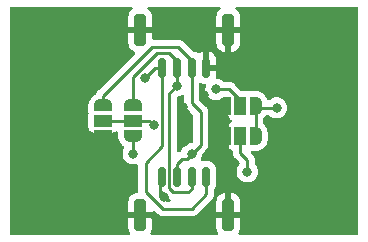
<source format=gbr>
%TF.GenerationSoftware,KiCad,Pcbnew,7.0.7-7.0.7~ubuntu23.04.1*%
%TF.CreationDate,2023-09-23T00:40:23+00:00*%
%TF.ProjectId,TEMPSEN01,54454d50-5345-44e3-9031-2e6b69636164,rev?*%
%TF.SameCoordinates,Original*%
%TF.FileFunction,Copper,L2,Bot*%
%TF.FilePolarity,Positive*%
%FSLAX46Y46*%
G04 Gerber Fmt 4.6, Leading zero omitted, Abs format (unit mm)*
G04 Created by KiCad (PCBNEW 7.0.7-7.0.7~ubuntu23.04.1) date 2023-09-23 00:40:23*
%MOMM*%
%LPD*%
G01*
G04 APERTURE LIST*
G04 Aperture macros list*
%AMRoundRect*
0 Rectangle with rounded corners*
0 $1 Rounding radius*
0 $2 $3 $4 $5 $6 $7 $8 $9 X,Y pos of 4 corners*
0 Add a 4 corners polygon primitive as box body*
4,1,4,$2,$3,$4,$5,$6,$7,$8,$9,$2,$3,0*
0 Add four circle primitives for the rounded corners*
1,1,$1+$1,$2,$3*
1,1,$1+$1,$4,$5*
1,1,$1+$1,$6,$7*
1,1,$1+$1,$8,$9*
0 Add four rect primitives between the rounded corners*
20,1,$1+$1,$2,$3,$4,$5,0*
20,1,$1+$1,$4,$5,$6,$7,0*
20,1,$1+$1,$6,$7,$8,$9,0*
20,1,$1+$1,$8,$9,$2,$3,0*%
%AMFreePoly0*
4,1,19,0.550000,-0.750000,0.000000,-0.750000,0.000000,-0.744911,-0.071157,-0.744911,-0.207708,-0.704816,-0.327430,-0.627875,-0.420627,-0.520320,-0.479746,-0.390866,-0.500000,-0.250000,-0.500000,0.250000,-0.479746,0.390866,-0.420627,0.520320,-0.327430,0.627875,-0.207708,0.704816,-0.071157,0.744911,0.000000,0.744911,0.000000,0.750000,0.550000,0.750000,0.550000,-0.750000,0.550000,-0.750000,
$1*%
%AMFreePoly1*
4,1,19,0.000000,0.744911,0.071157,0.744911,0.207708,0.704816,0.327430,0.627875,0.420627,0.520320,0.479746,0.390866,0.500000,0.250000,0.500000,-0.250000,0.479746,-0.390866,0.420627,-0.520320,0.327430,-0.627875,0.207708,-0.704816,0.071157,-0.744911,0.000000,-0.744911,0.000000,-0.750000,-0.550000,-0.750000,-0.550000,0.750000,0.000000,0.750000,0.000000,0.744911,0.000000,0.744911,
$1*%
G04 Aperture macros list end*
%TA.AperFunction,ComponentPad*%
%ADD10C,6.000000*%
%TD*%
%TA.AperFunction,SMDPad,CuDef*%
%ADD11RoundRect,0.150000X0.150000X0.700000X-0.150000X0.700000X-0.150000X-0.700000X0.150000X-0.700000X0*%
%TD*%
%TA.AperFunction,SMDPad,CuDef*%
%ADD12RoundRect,0.250000X0.250000X1.100000X-0.250000X1.100000X-0.250000X-1.100000X0.250000X-1.100000X0*%
%TD*%
%TA.AperFunction,SMDPad,CuDef*%
%ADD13FreePoly0,90.000000*%
%TD*%
%TA.AperFunction,SMDPad,CuDef*%
%ADD14R,1.500000X1.000000*%
%TD*%
%TA.AperFunction,SMDPad,CuDef*%
%ADD15FreePoly1,90.000000*%
%TD*%
%TA.AperFunction,SMDPad,CuDef*%
%ADD16FreePoly0,180.000000*%
%TD*%
%TA.AperFunction,SMDPad,CuDef*%
%ADD17R,1.000000X1.500000*%
%TD*%
%TA.AperFunction,SMDPad,CuDef*%
%ADD18FreePoly1,180.000000*%
%TD*%
%TA.AperFunction,SMDPad,CuDef*%
%ADD19FreePoly0,270.000000*%
%TD*%
%TA.AperFunction,SMDPad,CuDef*%
%ADD20FreePoly1,270.000000*%
%TD*%
%TA.AperFunction,SMDPad,CuDef*%
%ADD21RoundRect,0.150000X-0.150000X-0.700000X0.150000X-0.700000X0.150000X0.700000X-0.150000X0.700000X0*%
%TD*%
%TA.AperFunction,SMDPad,CuDef*%
%ADD22RoundRect,0.250000X-0.250000X-1.100000X0.250000X-1.100000X0.250000X1.100000X-0.250000X1.100000X0*%
%TD*%
%TA.AperFunction,ViaPad*%
%ADD23C,0.800000*%
%TD*%
%TA.AperFunction,Conductor*%
%ADD24C,0.250000*%
%TD*%
G04 APERTURE END LIST*
D10*
%TO.P,M2,1*%
%TO.N,GND*%
X121920000Y-66040000D03*
%TD*%
%TO.P,M3,1*%
%TO.N,GND*%
X101600000Y-76200000D03*
%TD*%
%TO.P,M4,1*%
%TO.N,GND*%
X121920000Y-76200000D03*
%TD*%
%TO.P,M1,1*%
%TO.N,GND*%
X101600000Y-66040000D03*
%TD*%
D11*
%TO.P,J1,1*%
%TO.N,VDD*%
X113635000Y-75874000D03*
%TO.P,J1,2*%
%TO.N,/SCL*%
X112385000Y-75874000D03*
%TO.P,J1,3*%
%TO.N,/SDA*%
X111135000Y-75874000D03*
%TO.P,J1,4*%
%TO.N,GND*%
X109885000Y-75874000D03*
D12*
%TO.P,J1,MP*%
X115485000Y-79074000D03*
X108035000Y-79074000D03*
%TD*%
D13*
%TO.P,JP2,1,A*%
%TO.N,GND*%
X104902000Y-72420000D03*
D14*
%TO.P,JP2,2,C*%
%TO.N,/A0*%
X104902000Y-71120000D03*
D15*
%TO.P,JP2,3,B*%
%TO.N,/SDA*%
X104902000Y-69820000D03*
%TD*%
D16*
%TO.P,JP4,1,A*%
%TO.N,+3.3V*%
X117805200Y-69850000D03*
D17*
%TO.P,JP4,2,C*%
%TO.N,/A2*%
X116505200Y-69850000D03*
D18*
%TO.P,JP4,3,B*%
%TO.N,GND*%
X115205200Y-69850000D03*
%TD*%
D19*
%TO.P,JP1,1,A*%
%TO.N,/SCL*%
X107426500Y-69820000D03*
D14*
%TO.P,JP1,2,C*%
%TO.N,/A0*%
X107426500Y-71120000D03*
D20*
%TO.P,JP1,3,B*%
%TO.N,+3.3V*%
X107426500Y-72420000D03*
%TD*%
D16*
%TO.P,JP3,1,A*%
%TO.N,+3.3V*%
X117809800Y-72415400D03*
D17*
%TO.P,JP3,2,C*%
%TO.N,/A1*%
X116509800Y-72415400D03*
D18*
%TO.P,JP3,3,B*%
%TO.N,GND*%
X115209800Y-72415400D03*
%TD*%
D21*
%TO.P,J2,1*%
%TO.N,VDD*%
X109885000Y-66620000D03*
%TO.P,J2,2*%
%TO.N,/SCL*%
X111135000Y-66620000D03*
%TO.P,J2,3*%
%TO.N,/SDA*%
X112385000Y-66620000D03*
%TO.P,J2,4*%
%TO.N,GND*%
X113635000Y-66620000D03*
D22*
%TO.P,J2,MP*%
X108035000Y-63420000D03*
X115485000Y-63420000D03*
%TD*%
D23*
%TO.N,+3.3V*%
X119583200Y-70027800D03*
X107442000Y-73914000D03*
%TO.N,GND*%
X111658400Y-69926200D03*
X105562400Y-73939400D03*
X105359200Y-63500000D03*
X111734600Y-72898000D03*
X115036600Y-66522600D03*
X106476800Y-79044800D03*
X113030000Y-64770000D03*
X111836200Y-71196200D03*
X113411000Y-68935600D03*
X117094000Y-63500000D03*
X110007400Y-77571600D03*
X113995200Y-79070200D03*
X114046000Y-63500000D03*
X109397800Y-79324200D03*
X103124000Y-71831200D03*
X113030000Y-62992000D03*
X114046000Y-64770000D03*
X117068600Y-79044800D03*
%TO.N,VDD*%
X108458000Y-67462400D03*
%TO.N,/SDA*%
X112385000Y-73914000D03*
%TO.N,/SCL*%
X111135000Y-68148200D03*
%TO.N,/A2*%
X114452400Y-68466300D03*
%TO.N,/A1*%
X117094000Y-75438000D03*
%TO.N,/A0*%
X109169200Y-71475600D03*
%TD*%
D24*
%TO.N,+3.3V*%
X117805200Y-69850000D02*
X117809800Y-69854600D01*
X117809800Y-69854600D02*
X117809800Y-72415400D01*
X119583200Y-70027800D02*
X117983000Y-70027800D01*
X107442000Y-72435500D02*
X107426500Y-72420000D01*
X117983000Y-70027800D02*
X117805200Y-69850000D01*
X107442000Y-73914000D02*
X107442000Y-72435500D01*
%TO.N,VDD*%
X109894200Y-73265200D02*
X108483400Y-74676000D01*
X109894200Y-66629200D02*
X109894200Y-73265200D01*
X109300400Y-66620000D02*
X108458000Y-67462400D01*
X108483400Y-74676000D02*
X108483400Y-77139800D01*
X109931200Y-78587600D02*
X112395000Y-78587600D01*
X112395000Y-78587600D02*
X113635000Y-77347600D01*
X108483400Y-77139800D02*
X109931200Y-78587600D01*
X109885000Y-66620000D02*
X109894200Y-66629200D01*
X113635000Y-77347600D02*
X113635000Y-75874000D01*
X109885000Y-66620000D02*
X109300400Y-66620000D01*
%TO.N,/SDA*%
X111582200Y-74345800D02*
X111135000Y-74793000D01*
X112385000Y-73914000D02*
X113157000Y-73142000D01*
X111135000Y-74793000D02*
X111135000Y-75874000D01*
X109016800Y-64871600D02*
X104902000Y-68986400D01*
X112385000Y-66620000D02*
X112385000Y-66030000D01*
X112385000Y-66030000D02*
X111226600Y-64871600D01*
X111226600Y-64871600D02*
X109016800Y-64871600D01*
X111953200Y-74345800D02*
X111582200Y-74345800D01*
X113157000Y-70383400D02*
X112385000Y-69611400D01*
X112385000Y-69611400D02*
X112385000Y-66620000D01*
X112385000Y-73914000D02*
X111953200Y-74345800D01*
X113157000Y-73142000D02*
X113157000Y-70383400D01*
X104902000Y-68986400D02*
X104902000Y-69820000D01*
%TO.N,/SCL*%
X110490000Y-68793200D02*
X110490000Y-73863200D01*
X111135000Y-66075400D02*
X110439200Y-65379600D01*
X109475396Y-65379600D02*
X107442000Y-67412996D01*
X111135000Y-68148200D02*
X110490000Y-68793200D01*
X107442000Y-67412996D02*
X107442000Y-69804500D01*
X112385000Y-76870400D02*
X112385000Y-75874000D01*
X111232000Y-66620000D02*
X111232000Y-66891751D01*
X110820200Y-77165200D02*
X112090200Y-77165200D01*
X110510000Y-73883200D02*
X110510000Y-76855000D01*
X111135000Y-66620000D02*
X111135000Y-68148200D01*
X111135000Y-66620000D02*
X111135000Y-66075400D01*
X110439200Y-65379600D02*
X109475396Y-65379600D01*
X110510000Y-76855000D02*
X110820200Y-77165200D01*
X110490000Y-73863200D02*
X110510000Y-73883200D01*
X107442000Y-69804500D02*
X107426500Y-69820000D01*
X111232000Y-66891751D02*
X111252000Y-66911751D01*
X112090200Y-77165200D02*
X112385000Y-76870400D01*
%TO.N,/A2*%
X115581120Y-68466300D02*
X116505200Y-69390380D01*
X114452400Y-68466300D02*
X115581120Y-68466300D01*
X116505200Y-69390380D02*
X116505200Y-69850000D01*
%TO.N,/A1*%
X117094000Y-74422000D02*
X116509800Y-73837800D01*
X117094000Y-75438000D02*
X117094000Y-74422000D01*
X116509800Y-73837800D02*
X116509800Y-72415400D01*
%TO.N,/A0*%
X107573600Y-71475600D02*
X107442000Y-71344000D01*
X108813600Y-71120000D02*
X109169200Y-71475600D01*
X107426500Y-71120000D02*
X108813600Y-71120000D01*
X105216000Y-71344000D02*
X105156000Y-71404000D01*
X107426500Y-71120000D02*
X104902000Y-71120000D01*
%TD*%
%TA.AperFunction,Conductor*%
%TO.N,GND*%
G36*
X109827539Y-75643685D02*
G01*
X109873294Y-75696489D01*
X109884500Y-75748000D01*
X109884500Y-76772255D01*
X109882775Y-76787872D01*
X109883061Y-76787899D01*
X109882450Y-76794364D01*
X109881909Y-76795718D01*
X109881513Y-76799306D01*
X109880868Y-76802187D01*
X109882939Y-76815138D01*
X109884500Y-76864814D01*
X109884500Y-76894343D01*
X109884501Y-76894360D01*
X109885368Y-76901231D01*
X109885826Y-76907050D01*
X109887290Y-76953624D01*
X109887291Y-76953627D01*
X109892880Y-76972867D01*
X109896824Y-76991911D01*
X109899336Y-77011792D01*
X109912997Y-77046296D01*
X109916490Y-77055119D01*
X109918382Y-77060647D01*
X109931381Y-77105388D01*
X109941580Y-77122634D01*
X109950136Y-77140100D01*
X109953904Y-77149614D01*
X109957514Y-77158732D01*
X109984898Y-77196423D01*
X109988106Y-77201307D01*
X110011827Y-77241416D01*
X110011833Y-77241424D01*
X110025990Y-77255580D01*
X110038627Y-77270375D01*
X110041261Y-77274000D01*
X110050405Y-77286586D01*
X110050406Y-77286587D01*
X110086308Y-77316287D01*
X110090619Y-77320209D01*
X110213942Y-77443532D01*
X110319394Y-77548984D01*
X110329217Y-77561245D01*
X110329439Y-77561063D01*
X110334412Y-77567075D01*
X110334413Y-77567076D01*
X110334414Y-77567077D01*
X110347849Y-77579693D01*
X110384837Y-77614428D01*
X110405723Y-77635315D01*
X110405727Y-77635318D01*
X110405729Y-77635320D01*
X110411211Y-77639573D01*
X110415643Y-77643357D01*
X110449618Y-77675262D01*
X110467176Y-77684914D01*
X110483433Y-77695593D01*
X110499264Y-77707873D01*
X110523087Y-77718182D01*
X110537222Y-77724299D01*
X110590929Y-77768990D01*
X110611949Y-77835622D01*
X110593608Y-77903042D01*
X110541729Y-77949843D01*
X110487974Y-77962100D01*
X110241653Y-77962100D01*
X110174614Y-77942415D01*
X110153972Y-77925781D01*
X109629792Y-77401601D01*
X109596307Y-77340278D01*
X109601291Y-77270586D01*
X109633303Y-77222863D01*
X109635000Y-77221294D01*
X109635000Y-76819033D01*
X109638207Y-76808108D01*
X109637264Y-76806282D01*
X109635000Y-76782697D01*
X109635000Y-75748000D01*
X109654685Y-75680961D01*
X109707489Y-75635206D01*
X109759000Y-75624000D01*
X109760500Y-75624000D01*
X109827539Y-75643685D01*
G37*
%TD.AperFunction*%
%TA.AperFunction,Conductor*%
G36*
X111717590Y-68953879D02*
G01*
X111754804Y-69013014D01*
X111759500Y-69046816D01*
X111759500Y-69528655D01*
X111757775Y-69544272D01*
X111758061Y-69544299D01*
X111757326Y-69552065D01*
X111759500Y-69621214D01*
X111759500Y-69650743D01*
X111759501Y-69650760D01*
X111760368Y-69657631D01*
X111760826Y-69663450D01*
X111762290Y-69710024D01*
X111762291Y-69710027D01*
X111767880Y-69729267D01*
X111771824Y-69748311D01*
X111774336Y-69768191D01*
X111791490Y-69811519D01*
X111793382Y-69817047D01*
X111806381Y-69861788D01*
X111816580Y-69879034D01*
X111825138Y-69896503D01*
X111832514Y-69915132D01*
X111859898Y-69952823D01*
X111863106Y-69957707D01*
X111886827Y-69997816D01*
X111886833Y-69997824D01*
X111900990Y-70011980D01*
X111913628Y-70026776D01*
X111925405Y-70042986D01*
X111925406Y-70042987D01*
X111961309Y-70072688D01*
X111965620Y-70076610D01*
X112233058Y-70344048D01*
X112495181Y-70606171D01*
X112528666Y-70667494D01*
X112531500Y-70693852D01*
X112531500Y-72831546D01*
X112511815Y-72898585D01*
X112495182Y-72919226D01*
X112437229Y-72977180D01*
X112375906Y-73010666D01*
X112349547Y-73013500D01*
X112290354Y-73013500D01*
X112272147Y-73017370D01*
X112105197Y-73052855D01*
X112105192Y-73052857D01*
X111932270Y-73129848D01*
X111932265Y-73129851D01*
X111779129Y-73241111D01*
X111652466Y-73381785D01*
X111557821Y-73545715D01*
X111557820Y-73545717D01*
X111523624Y-73650960D01*
X111484185Y-73708634D01*
X111432372Y-73730889D01*
X111432965Y-73733196D01*
X111425409Y-73735135D01*
X111425408Y-73735136D01*
X111425406Y-73735136D01*
X111425405Y-73735137D01*
X111382068Y-73752294D01*
X111376542Y-73754186D01*
X111331811Y-73767182D01*
X111331808Y-73767183D01*
X111314563Y-73777381D01*
X111297105Y-73785934D01*
X111285156Y-73790666D01*
X111215579Y-73797048D01*
X111153596Y-73764800D01*
X111118887Y-73704161D01*
X111115500Y-73675377D01*
X111115500Y-69172347D01*
X111135185Y-69105308D01*
X111187989Y-69059553D01*
X111226537Y-69049026D01*
X111229632Y-69048700D01*
X111229646Y-69048700D01*
X111414803Y-69009344D01*
X111585067Y-68933536D01*
X111654313Y-68924251D01*
X111717590Y-68953879D01*
G37*
%TD.AperFunction*%
%TA.AperFunction,Conductor*%
G36*
X107367470Y-61487685D02*
G01*
X107413225Y-61540489D01*
X107423169Y-61609647D01*
X107394144Y-61673203D01*
X107365528Y-61697539D01*
X107316654Y-61727684D01*
X107192684Y-61851654D01*
X107100643Y-62000875D01*
X107100641Y-62000880D01*
X107045494Y-62167302D01*
X107045493Y-62167309D01*
X107035000Y-62270013D01*
X107035000Y-63170000D01*
X109034999Y-63170000D01*
X109034999Y-62270028D01*
X109034998Y-62270013D01*
X109024505Y-62167302D01*
X108969358Y-62000880D01*
X108969356Y-62000875D01*
X108877315Y-61851654D01*
X108753345Y-61727684D01*
X108704472Y-61697539D01*
X108657748Y-61645591D01*
X108646525Y-61576628D01*
X108674369Y-61512546D01*
X108732438Y-61473690D01*
X108769569Y-61468000D01*
X114750431Y-61468000D01*
X114817470Y-61487685D01*
X114863225Y-61540489D01*
X114873169Y-61609647D01*
X114844144Y-61673203D01*
X114815528Y-61697539D01*
X114766654Y-61727684D01*
X114642684Y-61851654D01*
X114550643Y-62000875D01*
X114550641Y-62000880D01*
X114495494Y-62167302D01*
X114495493Y-62167309D01*
X114485000Y-62270013D01*
X114485000Y-63170000D01*
X116484999Y-63170000D01*
X116484999Y-62270028D01*
X116484998Y-62270013D01*
X116474505Y-62167302D01*
X116419358Y-62000880D01*
X116419356Y-62000875D01*
X116327315Y-61851654D01*
X116203345Y-61727684D01*
X116154472Y-61697539D01*
X116107748Y-61645591D01*
X116096525Y-61576628D01*
X116124369Y-61512546D01*
X116182438Y-61473690D01*
X116219569Y-61468000D01*
X126368000Y-61468000D01*
X126435039Y-61487685D01*
X126480794Y-61540489D01*
X126492000Y-61592000D01*
X126492000Y-80648000D01*
X126472315Y-80715039D01*
X126419511Y-80760794D01*
X126368000Y-80772000D01*
X116469519Y-80772000D01*
X116402480Y-80752315D01*
X116356725Y-80699511D01*
X116346781Y-80630353D01*
X116363980Y-80582903D01*
X116419356Y-80493124D01*
X116419358Y-80493119D01*
X116474505Y-80326697D01*
X116474506Y-80326690D01*
X116484999Y-80223986D01*
X116485000Y-80223973D01*
X116485000Y-79324000D01*
X114485001Y-79324000D01*
X114485001Y-80223986D01*
X114495494Y-80326697D01*
X114550641Y-80493119D01*
X114550643Y-80493124D01*
X114606020Y-80582903D01*
X114624460Y-80650295D01*
X114603538Y-80716959D01*
X114549896Y-80761729D01*
X114500481Y-80772000D01*
X109019519Y-80772000D01*
X108952480Y-80752315D01*
X108906725Y-80699511D01*
X108896781Y-80630353D01*
X108913980Y-80582903D01*
X108969356Y-80493124D01*
X108969358Y-80493119D01*
X109024505Y-80326697D01*
X109024506Y-80326690D01*
X109034999Y-80223986D01*
X109035000Y-80223973D01*
X109035000Y-79324000D01*
X107035001Y-79324000D01*
X107035001Y-80223986D01*
X107045494Y-80326697D01*
X107100641Y-80493119D01*
X107100643Y-80493124D01*
X107156020Y-80582903D01*
X107174460Y-80650295D01*
X107153538Y-80716959D01*
X107099896Y-80761729D01*
X107050481Y-80772000D01*
X97152000Y-80772000D01*
X97084961Y-80752315D01*
X97039206Y-80699511D01*
X97028000Y-80648000D01*
X97028000Y-70370000D01*
X103646353Y-70370000D01*
X103651499Y-70441955D01*
X103651501Y-70441964D01*
X103655041Y-70454023D01*
X103656401Y-70504553D01*
X103658738Y-70504805D01*
X103651501Y-70572116D01*
X103651500Y-70572135D01*
X103651500Y-71667870D01*
X103651501Y-71667876D01*
X103657908Y-71727483D01*
X103708202Y-71862328D01*
X103708206Y-71862335D01*
X103794452Y-71977544D01*
X103794455Y-71977547D01*
X103909664Y-72063793D01*
X103909671Y-72063797D01*
X104044517Y-72114091D01*
X104044516Y-72114091D01*
X104051444Y-72114835D01*
X104104127Y-72120500D01*
X105699872Y-72120499D01*
X105759483Y-72114091D01*
X105894331Y-72063796D01*
X105972543Y-72005246D01*
X106038005Y-71980829D01*
X106106278Y-71995680D01*
X106155684Y-72045085D01*
X106170853Y-72104513D01*
X106170853Y-72491889D01*
X106191334Y-72634341D01*
X106191334Y-72634343D01*
X106205035Y-72681003D01*
X106231842Y-72772300D01*
X106289515Y-72898585D01*
X106291629Y-72903215D01*
X106291629Y-72903217D01*
X106369360Y-73024169D01*
X106463608Y-73132939D01*
X106463610Y-73132941D01*
X106572262Y-73227088D01*
X106572268Y-73227092D01*
X106572274Y-73227097D01*
X106638014Y-73269345D01*
X106683768Y-73322148D01*
X106693712Y-73391306D01*
X106678362Y-73435659D01*
X106614820Y-73545718D01*
X106614818Y-73545722D01*
X106557188Y-73723091D01*
X106556326Y-73725744D01*
X106536540Y-73914000D01*
X106556326Y-74102256D01*
X106556327Y-74102259D01*
X106614818Y-74282277D01*
X106614819Y-74282279D01*
X106614821Y-74282284D01*
X106709467Y-74446216D01*
X106822953Y-74572255D01*
X106836129Y-74586888D01*
X106989265Y-74698148D01*
X106989270Y-74698151D01*
X107162192Y-74775142D01*
X107162197Y-74775144D01*
X107347354Y-74814500D01*
X107347355Y-74814500D01*
X107536644Y-74814500D01*
X107536646Y-74814500D01*
X107708121Y-74778052D01*
X107777786Y-74783368D01*
X107833520Y-74825505D01*
X107857625Y-74891085D01*
X107857900Y-74899342D01*
X107857900Y-77057055D01*
X107856175Y-77072672D01*
X107856461Y-77072699D01*
X107855726Y-77080467D01*
X107856218Y-77096108D01*
X107838647Y-77163732D01*
X107787306Y-77211122D01*
X107738111Y-77222698D01*
X107738170Y-77223841D01*
X107735012Y-77224001D01*
X107632302Y-77234494D01*
X107465880Y-77289641D01*
X107465875Y-77289643D01*
X107316654Y-77381684D01*
X107192684Y-77505654D01*
X107100643Y-77654875D01*
X107100641Y-77654880D01*
X107045494Y-77821302D01*
X107045493Y-77821309D01*
X107035000Y-77924013D01*
X107035000Y-78824000D01*
X109034999Y-78824000D01*
X109071318Y-78787681D01*
X109074649Y-78791012D01*
X109107488Y-78762557D01*
X109176646Y-78752613D01*
X109240202Y-78781638D01*
X109246667Y-78787658D01*
X109428907Y-78969898D01*
X109430397Y-78971388D01*
X109440222Y-78983651D01*
X109440443Y-78983469D01*
X109445414Y-78989478D01*
X109466243Y-79009037D01*
X109495835Y-79036826D01*
X109516729Y-79057720D01*
X109522211Y-79061973D01*
X109526643Y-79065757D01*
X109560618Y-79097662D01*
X109578176Y-79107314D01*
X109594435Y-79117995D01*
X109610264Y-79130273D01*
X109653038Y-79148782D01*
X109658256Y-79151338D01*
X109699108Y-79173797D01*
X109718516Y-79178780D01*
X109736917Y-79185080D01*
X109755304Y-79193037D01*
X109798688Y-79199908D01*
X109801319Y-79200325D01*
X109807039Y-79201509D01*
X109852181Y-79213100D01*
X109872216Y-79213100D01*
X109891614Y-79214626D01*
X109911394Y-79217759D01*
X109911395Y-79217760D01*
X109911395Y-79217759D01*
X109911396Y-79217760D01*
X109957783Y-79213375D01*
X109963622Y-79213100D01*
X112312257Y-79213100D01*
X112327877Y-79214824D01*
X112327904Y-79214539D01*
X112335660Y-79215271D01*
X112335667Y-79215273D01*
X112404814Y-79213100D01*
X112434350Y-79213100D01*
X112441228Y-79212230D01*
X112447041Y-79211772D01*
X112493627Y-79210309D01*
X112512869Y-79204717D01*
X112531912Y-79200774D01*
X112551792Y-79198264D01*
X112595122Y-79181107D01*
X112600646Y-79179217D01*
X112604396Y-79178127D01*
X112645390Y-79166218D01*
X112662629Y-79156022D01*
X112680103Y-79147462D01*
X112698727Y-79140088D01*
X112698727Y-79140087D01*
X112698732Y-79140086D01*
X112736449Y-79112682D01*
X112741305Y-79109492D01*
X112781420Y-79085770D01*
X112795589Y-79071599D01*
X112810379Y-79058968D01*
X112826587Y-79047194D01*
X112856299Y-79011276D01*
X112860212Y-79006976D01*
X113043188Y-78824000D01*
X114485000Y-78824000D01*
X115235000Y-78824000D01*
X115235000Y-77224000D01*
X115735000Y-77224000D01*
X115735000Y-78824000D01*
X116484999Y-78824000D01*
X116484999Y-77924028D01*
X116484998Y-77924013D01*
X116474505Y-77821302D01*
X116419358Y-77654880D01*
X116419356Y-77654875D01*
X116327315Y-77505654D01*
X116203345Y-77381684D01*
X116054124Y-77289643D01*
X116054119Y-77289641D01*
X115887697Y-77234494D01*
X115887690Y-77234493D01*
X115784986Y-77224000D01*
X115735000Y-77224000D01*
X115235000Y-77224000D01*
X115234999Y-77223999D01*
X115185029Y-77224000D01*
X115185011Y-77224001D01*
X115082302Y-77234494D01*
X114915880Y-77289641D01*
X114915875Y-77289643D01*
X114766654Y-77381684D01*
X114642684Y-77505654D01*
X114550643Y-77654875D01*
X114550641Y-77654880D01*
X114495494Y-77821302D01*
X114495493Y-77821309D01*
X114485000Y-77924013D01*
X114485000Y-78824000D01*
X113043188Y-78824000D01*
X114018787Y-77848402D01*
X114031042Y-77838586D01*
X114030859Y-77838364D01*
X114036866Y-77833392D01*
X114036877Y-77833386D01*
X114067775Y-77800482D01*
X114084227Y-77782964D01*
X114094671Y-77772518D01*
X114105120Y-77762071D01*
X114109379Y-77756578D01*
X114113152Y-77752161D01*
X114145062Y-77718182D01*
X114154715Y-77700620D01*
X114165389Y-77684370D01*
X114177673Y-77668536D01*
X114196180Y-77625767D01*
X114198749Y-77620524D01*
X114221196Y-77579693D01*
X114221197Y-77579692D01*
X114226177Y-77560291D01*
X114232478Y-77541888D01*
X114240438Y-77523496D01*
X114247730Y-77477449D01*
X114248911Y-77471752D01*
X114260500Y-77426619D01*
X114260500Y-77406583D01*
X114262027Y-77387182D01*
X114262898Y-77381684D01*
X114265160Y-77367404D01*
X114260775Y-77321015D01*
X114260500Y-77315177D01*
X114260500Y-77069808D01*
X114280185Y-77002769D01*
X114296817Y-76982128D01*
X114303081Y-76975865D01*
X114386744Y-76834398D01*
X114432598Y-76676569D01*
X114435500Y-76639694D01*
X114435500Y-75108306D01*
X114432598Y-75071431D01*
X114432101Y-75069722D01*
X114386745Y-74913606D01*
X114386744Y-74913603D01*
X114386744Y-74913602D01*
X114303081Y-74772135D01*
X114303079Y-74772133D01*
X114303076Y-74772129D01*
X114186870Y-74655923D01*
X114186862Y-74655917D01*
X114045396Y-74572255D01*
X114045393Y-74572254D01*
X113887573Y-74526402D01*
X113887567Y-74526401D01*
X113850696Y-74523500D01*
X113850694Y-74523500D01*
X113419306Y-74523500D01*
X113419304Y-74523500D01*
X113382432Y-74526401D01*
X113304729Y-74548976D01*
X113234859Y-74548776D01*
X113176190Y-74510833D01*
X113147347Y-74447194D01*
X113157489Y-74378065D01*
X113162732Y-74367928D01*
X113212179Y-74282284D01*
X113270674Y-74102256D01*
X113288321Y-73934344D01*
X113314904Y-73869734D01*
X113323951Y-73859638D01*
X113540788Y-73642801D01*
X113553042Y-73632986D01*
X113552859Y-73632764D01*
X113558866Y-73627792D01*
X113558877Y-73627786D01*
X113589775Y-73594882D01*
X113606227Y-73577364D01*
X113616671Y-73566918D01*
X113627120Y-73556471D01*
X113631379Y-73550978D01*
X113635152Y-73546561D01*
X113667062Y-73512582D01*
X113676715Y-73495020D01*
X113687389Y-73478770D01*
X113699673Y-73462936D01*
X113718180Y-73420167D01*
X113720749Y-73414924D01*
X113733733Y-73391306D01*
X113743197Y-73374092D01*
X113748177Y-73354691D01*
X113754478Y-73336288D01*
X113762438Y-73317896D01*
X113769730Y-73271849D01*
X113770911Y-73266152D01*
X113782500Y-73221019D01*
X113782500Y-73200983D01*
X113784027Y-73181582D01*
X113787160Y-73161804D01*
X113782775Y-73115415D01*
X113782500Y-73109577D01*
X113782500Y-70466142D01*
X113784224Y-70450522D01*
X113783939Y-70450496D01*
X113784671Y-70442740D01*
X113784673Y-70442733D01*
X113782500Y-70373585D01*
X113782500Y-70344050D01*
X113781631Y-70337172D01*
X113781172Y-70331343D01*
X113779709Y-70284772D01*
X113774122Y-70265544D01*
X113770174Y-70246484D01*
X113767663Y-70226604D01*
X113750512Y-70183287D01*
X113748619Y-70177758D01*
X113735618Y-70133009D01*
X113735616Y-70133006D01*
X113725423Y-70115771D01*
X113716861Y-70098294D01*
X113709487Y-70079670D01*
X113707272Y-70076621D01*
X113682079Y-70041945D01*
X113678888Y-70037086D01*
X113673396Y-70027800D01*
X113655667Y-69997820D01*
X113655172Y-69996983D01*
X113655165Y-69996974D01*
X113641006Y-69982815D01*
X113628368Y-69968019D01*
X113620876Y-69957707D01*
X113616594Y-69951813D01*
X113580688Y-69922109D01*
X113576376Y-69918186D01*
X113046819Y-69388628D01*
X113013334Y-69327305D01*
X113010500Y-69300947D01*
X113010500Y-68011939D01*
X113030185Y-67944900D01*
X113082989Y-67899145D01*
X113152147Y-67889201D01*
X113197621Y-67905207D01*
X113224803Y-67921282D01*
X113224806Y-67921283D01*
X113382504Y-67967099D01*
X113382510Y-67967100D01*
X113419356Y-67970000D01*
X113496144Y-67970000D01*
X113563183Y-67989685D01*
X113608938Y-68042489D01*
X113618882Y-68111647D01*
X113614075Y-68132318D01*
X113576811Y-68247005D01*
X113566726Y-68278044D01*
X113546940Y-68466300D01*
X113566726Y-68654556D01*
X113566727Y-68654559D01*
X113625218Y-68834577D01*
X113625221Y-68834584D01*
X113719867Y-68998516D01*
X113826411Y-69116845D01*
X113846529Y-69139188D01*
X113999665Y-69250448D01*
X113999670Y-69250451D01*
X114172592Y-69327442D01*
X114172597Y-69327444D01*
X114357754Y-69366800D01*
X114357755Y-69366800D01*
X114547044Y-69366800D01*
X114547046Y-69366800D01*
X114732203Y-69327444D01*
X114905130Y-69250451D01*
X115058271Y-69139188D01*
X115061188Y-69135947D01*
X115064000Y-69132826D01*
X115123487Y-69096179D01*
X115156148Y-69091800D01*
X115270668Y-69091800D01*
X115337707Y-69111485D01*
X115358349Y-69128119D01*
X115468381Y-69238151D01*
X115501866Y-69299474D01*
X115504700Y-69325832D01*
X115504700Y-70647870D01*
X115504701Y-70647876D01*
X115511108Y-70707483D01*
X115561402Y-70842328D01*
X115561406Y-70842335D01*
X115625760Y-70928300D01*
X115647654Y-70957546D01*
X115751327Y-71035156D01*
X115793197Y-71091088D01*
X115798181Y-71160780D01*
X115764696Y-71222103D01*
X115751327Y-71233687D01*
X115652252Y-71307855D01*
X115566006Y-71423064D01*
X115566002Y-71423071D01*
X115515708Y-71557917D01*
X115509301Y-71617516D01*
X115509300Y-71617535D01*
X115509300Y-73213270D01*
X115509301Y-73213276D01*
X115515708Y-73272883D01*
X115566002Y-73407728D01*
X115566006Y-73407735D01*
X115652252Y-73522944D01*
X115652255Y-73522947D01*
X115767464Y-73609193D01*
X115767469Y-73609196D01*
X115803632Y-73622684D01*
X115859566Y-73664554D01*
X115883984Y-73730018D01*
X115884300Y-73738866D01*
X115884300Y-73755055D01*
X115882575Y-73770672D01*
X115882861Y-73770699D01*
X115882126Y-73778465D01*
X115884300Y-73847614D01*
X115884300Y-73877143D01*
X115884301Y-73877160D01*
X115885168Y-73884031D01*
X115885626Y-73889850D01*
X115887090Y-73936424D01*
X115887091Y-73936427D01*
X115892680Y-73955667D01*
X115896624Y-73974711D01*
X115899136Y-73994592D01*
X115915364Y-74035580D01*
X115916290Y-74037919D01*
X115918182Y-74043447D01*
X115931182Y-74088190D01*
X115939500Y-74102256D01*
X115941380Y-74105434D01*
X115949938Y-74122903D01*
X115957314Y-74141532D01*
X115984698Y-74179223D01*
X115987906Y-74184107D01*
X116011627Y-74224216D01*
X116011633Y-74224224D01*
X116025790Y-74238380D01*
X116038428Y-74253176D01*
X116050205Y-74269386D01*
X116050206Y-74269387D01*
X116086109Y-74299088D01*
X116090420Y-74303010D01*
X116268743Y-74481333D01*
X116432180Y-74644770D01*
X116465665Y-74706093D01*
X116468499Y-74732433D01*
X116468500Y-74739294D01*
X116448825Y-74806336D01*
X116436650Y-74822284D01*
X116361466Y-74905784D01*
X116266821Y-75069715D01*
X116266818Y-75069722D01*
X116208327Y-75249740D01*
X116208326Y-75249744D01*
X116188540Y-75438000D01*
X116208326Y-75626256D01*
X116208327Y-75626259D01*
X116266818Y-75806277D01*
X116266821Y-75806284D01*
X116361467Y-75970216D01*
X116488128Y-76110888D01*
X116488129Y-76110888D01*
X116641265Y-76222148D01*
X116641270Y-76222151D01*
X116814192Y-76299142D01*
X116814197Y-76299144D01*
X116999354Y-76338500D01*
X116999355Y-76338500D01*
X117188644Y-76338500D01*
X117188646Y-76338500D01*
X117373803Y-76299144D01*
X117546730Y-76222151D01*
X117699871Y-76110888D01*
X117826533Y-75970216D01*
X117921179Y-75806284D01*
X117979674Y-75626256D01*
X117999460Y-75438000D01*
X117979674Y-75249744D01*
X117921179Y-75069716D01*
X117826533Y-74905784D01*
X117813298Y-74891085D01*
X117751350Y-74822284D01*
X117721120Y-74759292D01*
X117719500Y-74739312D01*
X117719500Y-74504742D01*
X117721224Y-74489122D01*
X117720939Y-74489095D01*
X117721673Y-74481333D01*
X117719500Y-74412171D01*
X117719500Y-74382656D01*
X117719500Y-74382650D01*
X117718631Y-74375779D01*
X117718173Y-74369952D01*
X117716710Y-74323373D01*
X117711119Y-74304130D01*
X117707173Y-74285078D01*
X117704664Y-74265208D01*
X117687504Y-74221867D01*
X117685624Y-74216379D01*
X117672618Y-74171610D01*
X117662422Y-74154370D01*
X117653861Y-74136894D01*
X117646487Y-74118270D01*
X117646486Y-74118268D01*
X117619079Y-74080545D01*
X117615888Y-74075686D01*
X117592172Y-74035583D01*
X117592165Y-74035574D01*
X117578006Y-74021415D01*
X117565368Y-74006619D01*
X117556629Y-73994591D01*
X117553594Y-73990413D01*
X117517688Y-73960709D01*
X117513376Y-73956786D01*
X117439318Y-73882728D01*
X117405833Y-73821405D01*
X117410817Y-73751713D01*
X117452689Y-73695780D01*
X117518153Y-73671363D01*
X117526999Y-73671047D01*
X117881686Y-73671047D01*
X117881689Y-73671047D01*
X118024145Y-73650565D01*
X118162100Y-73610058D01*
X118293016Y-73550271D01*
X118413964Y-73472543D01*
X118413969Y-73472540D01*
X118413966Y-73472543D01*
X118522739Y-73378291D01*
X118522741Y-73378289D01*
X118616888Y-73269637D01*
X118616890Y-73269633D01*
X118616897Y-73269626D01*
X118694704Y-73148555D01*
X118694707Y-73148547D01*
X118694710Y-73148543D01*
X118738408Y-73052857D01*
X118754432Y-73017770D01*
X118754432Y-73017769D01*
X118754432Y-73017767D01*
X118754614Y-73017370D01*
X118755050Y-73015662D01*
X118794980Y-72879677D01*
X118815442Y-72737362D01*
X118815442Y-72681003D01*
X118815447Y-72680985D01*
X118815447Y-72149843D01*
X118815442Y-72149797D01*
X118815442Y-72093439D01*
X118815442Y-72093438D01*
X118794980Y-71951123D01*
X118794980Y-71951122D01*
X118794980Y-71951120D01*
X118754432Y-71813031D01*
X118754427Y-71813018D01*
X118694710Y-71682256D01*
X118694697Y-71682233D01*
X118616903Y-71561183D01*
X118616888Y-71561162D01*
X118564897Y-71501162D01*
X118522743Y-71452513D01*
X118522740Y-71452510D01*
X118497246Y-71430420D01*
X118478096Y-71413825D01*
X118440322Y-71355046D01*
X118435300Y-71320113D01*
X118435300Y-70941298D01*
X118454985Y-70874259D01*
X118478095Y-70847587D01*
X118518143Y-70812887D01*
X118612297Y-70704226D01*
X118613223Y-70702990D01*
X118613638Y-70702679D01*
X118615198Y-70700879D01*
X118615589Y-70701218D01*
X118669156Y-70661118D01*
X118712490Y-70653300D01*
X118879452Y-70653300D01*
X118946491Y-70672985D01*
X118971600Y-70694326D01*
X118977326Y-70700685D01*
X118977330Y-70700689D01*
X119130465Y-70811948D01*
X119130470Y-70811951D01*
X119303392Y-70888942D01*
X119303397Y-70888944D01*
X119488554Y-70928300D01*
X119488555Y-70928300D01*
X119677844Y-70928300D01*
X119677846Y-70928300D01*
X119863003Y-70888944D01*
X120035930Y-70811951D01*
X120189071Y-70700688D01*
X120315733Y-70560016D01*
X120410379Y-70396084D01*
X120468874Y-70216056D01*
X120488660Y-70027800D01*
X120468874Y-69839544D01*
X120411657Y-69663450D01*
X120410381Y-69659522D01*
X120410380Y-69659521D01*
X120410379Y-69659516D01*
X120315733Y-69495584D01*
X120189071Y-69354912D01*
X120189070Y-69354911D01*
X120035934Y-69243651D01*
X120035929Y-69243648D01*
X119863007Y-69166657D01*
X119863002Y-69166655D01*
X119703844Y-69132826D01*
X119677846Y-69127300D01*
X119488554Y-69127300D01*
X119462556Y-69132826D01*
X119303397Y-69166655D01*
X119303392Y-69166657D01*
X119130470Y-69243648D01*
X119130465Y-69243651D01*
X118977330Y-69354910D01*
X118972499Y-69359261D01*
X118971484Y-69358134D01*
X118918594Y-69390707D01*
X118848737Y-69389364D01*
X118790696Y-69350467D01*
X118766975Y-69306014D01*
X118749834Y-69247638D01*
X118749832Y-69247630D01*
X118748014Y-69243649D01*
X118690110Y-69116856D01*
X118690097Y-69116833D01*
X118612303Y-68995783D01*
X118612288Y-68995762D01*
X118518143Y-68887113D01*
X118509162Y-68879331D01*
X118409370Y-68792861D01*
X118374137Y-68770218D01*
X118288421Y-68715131D01*
X118288417Y-68715129D01*
X118288416Y-68715129D01*
X118157500Y-68655342D01*
X118019545Y-68614835D01*
X118019542Y-68614834D01*
X117877089Y-68594353D01*
X117255200Y-68594353D01*
X117183240Y-68599499D01*
X117183231Y-68599501D01*
X117171174Y-68603041D01*
X117120647Y-68604396D01*
X117120396Y-68606738D01*
X117053083Y-68599501D01*
X117053081Y-68599500D01*
X117053073Y-68599500D01*
X117053065Y-68599500D01*
X116650273Y-68599500D01*
X116583234Y-68579815D01*
X116562592Y-68563181D01*
X116081923Y-68082512D01*
X116072100Y-68070250D01*
X116071879Y-68070434D01*
X116066906Y-68064423D01*
X116016484Y-68017073D01*
X116006039Y-68006628D01*
X115995595Y-67996183D01*
X115990106Y-67991925D01*
X115985681Y-67988147D01*
X115951702Y-67956238D01*
X115951700Y-67956236D01*
X115951697Y-67956235D01*
X115934149Y-67946588D01*
X115917883Y-67935904D01*
X115902053Y-67923625D01*
X115859288Y-67905118D01*
X115854042Y-67902548D01*
X115813213Y-67880103D01*
X115813212Y-67880102D01*
X115793813Y-67875122D01*
X115775401Y-67868818D01*
X115757018Y-67860862D01*
X115757012Y-67860860D01*
X115710994Y-67853572D01*
X115705272Y-67852387D01*
X115660141Y-67840800D01*
X115660139Y-67840800D01*
X115640104Y-67840800D01*
X115620706Y-67839273D01*
X115613282Y-67838097D01*
X115600925Y-67836140D01*
X115600924Y-67836140D01*
X115554536Y-67840525D01*
X115548698Y-67840800D01*
X115156148Y-67840800D01*
X115089109Y-67821115D01*
X115064000Y-67799774D01*
X115058273Y-67793414D01*
X115058269Y-67793410D01*
X114905134Y-67682151D01*
X114905129Y-67682148D01*
X114732207Y-67605157D01*
X114732202Y-67605155D01*
X114547046Y-67565800D01*
X114541634Y-67565231D01*
X114477021Y-67538642D01*
X114437040Y-67481342D01*
X114433293Y-67428940D01*
X114431603Y-67428808D01*
X114435000Y-67385644D01*
X114435000Y-66870000D01*
X113509000Y-66870000D01*
X113441961Y-66850315D01*
X113396206Y-66797511D01*
X113385000Y-66746000D01*
X113384999Y-65272703D01*
X113382511Y-65272900D01*
X113224802Y-65318718D01*
X113076729Y-65406288D01*
X113075544Y-65404285D01*
X113021355Y-65425551D01*
X112952840Y-65411860D01*
X112943211Y-65405671D01*
X112796179Y-65318718D01*
X112795398Y-65318256D01*
X112795397Y-65318255D01*
X112795396Y-65318255D01*
X112795393Y-65318254D01*
X112638606Y-65272702D01*
X113884999Y-65272702D01*
X113884999Y-66369999D01*
X113885001Y-66370000D01*
X114435000Y-66370000D01*
X114435000Y-65854356D01*
X114432100Y-65817510D01*
X114432099Y-65817504D01*
X114386283Y-65659806D01*
X114386282Y-65659803D01*
X114302685Y-65518447D01*
X114302678Y-65518438D01*
X114186561Y-65402321D01*
X114186552Y-65402314D01*
X114045196Y-65318717D01*
X114045193Y-65318716D01*
X113887490Y-65272899D01*
X113884999Y-65272702D01*
X112638606Y-65272702D01*
X112637573Y-65272402D01*
X112637567Y-65272401D01*
X112600696Y-65269500D01*
X112600694Y-65269500D01*
X112560452Y-65269500D01*
X112493413Y-65249815D01*
X112472771Y-65233181D01*
X111727403Y-64487812D01*
X111717580Y-64475550D01*
X111717359Y-64475734D01*
X111712386Y-64469723D01*
X111712385Y-64469722D01*
X111661964Y-64422373D01*
X111651519Y-64411928D01*
X111641075Y-64401483D01*
X111635586Y-64397225D01*
X111631161Y-64393447D01*
X111597182Y-64361538D01*
X111597180Y-64361536D01*
X111597177Y-64361535D01*
X111579629Y-64351888D01*
X111563363Y-64341204D01*
X111547533Y-64328925D01*
X111504768Y-64310418D01*
X111499522Y-64307848D01*
X111458693Y-64285403D01*
X111458692Y-64285402D01*
X111439293Y-64280422D01*
X111420881Y-64274118D01*
X111402498Y-64266162D01*
X111402492Y-64266160D01*
X111356474Y-64258872D01*
X111350752Y-64257687D01*
X111305621Y-64246100D01*
X111305619Y-64246100D01*
X111285584Y-64246100D01*
X111266186Y-64244573D01*
X111258762Y-64243397D01*
X111246405Y-64241440D01*
X111246404Y-64241440D01*
X111200016Y-64245825D01*
X111194178Y-64246100D01*
X109158999Y-64246100D01*
X109091960Y-64226415D01*
X109046205Y-64173611D01*
X109034999Y-64122100D01*
X109035000Y-63670000D01*
X114485001Y-63670000D01*
X114485001Y-64569986D01*
X114495494Y-64672697D01*
X114550641Y-64839119D01*
X114550643Y-64839124D01*
X114642684Y-64988345D01*
X114766654Y-65112315D01*
X114915875Y-65204356D01*
X114915880Y-65204358D01*
X115082302Y-65259505D01*
X115082309Y-65259506D01*
X115185019Y-65269999D01*
X115234999Y-65269998D01*
X115235000Y-65269998D01*
X115235000Y-63670000D01*
X115735000Y-63670000D01*
X115735000Y-65269999D01*
X115784972Y-65269999D01*
X115784986Y-65269998D01*
X115887697Y-65259505D01*
X116054119Y-65204358D01*
X116054124Y-65204356D01*
X116203345Y-65112315D01*
X116327315Y-64988345D01*
X116419356Y-64839124D01*
X116419358Y-64839119D01*
X116474505Y-64672697D01*
X116474506Y-64672690D01*
X116484999Y-64569986D01*
X116485000Y-64569973D01*
X116485000Y-63670000D01*
X115735000Y-63670000D01*
X115235000Y-63670000D01*
X114485001Y-63670000D01*
X109035000Y-63670000D01*
X107035001Y-63670000D01*
X107035001Y-64569986D01*
X107045494Y-64672697D01*
X107100641Y-64839119D01*
X107100643Y-64839124D01*
X107192684Y-64988345D01*
X107316654Y-65112315D01*
X107465875Y-65204356D01*
X107465882Y-65204359D01*
X107525596Y-65224146D01*
X107583041Y-65263918D01*
X107609865Y-65328434D01*
X107597550Y-65397210D01*
X107574274Y-65429533D01*
X104518208Y-68485599D01*
X104505951Y-68495420D01*
X104506134Y-68495641D01*
X104500123Y-68500613D01*
X104452772Y-68551036D01*
X104431889Y-68571919D01*
X104431877Y-68571932D01*
X104427621Y-68577417D01*
X104423837Y-68581847D01*
X104391937Y-68615818D01*
X104391936Y-68615820D01*
X104382284Y-68633376D01*
X104371610Y-68649626D01*
X104359329Y-68665461D01*
X104359324Y-68665468D01*
X104340815Y-68708238D01*
X104338245Y-68713484D01*
X104315803Y-68754306D01*
X104310822Y-68773707D01*
X104304521Y-68792110D01*
X104296562Y-68810502D01*
X104296560Y-68810510D01*
X104295659Y-68816198D01*
X104265726Y-68879331D01*
X104224701Y-68909586D01*
X104168841Y-68935097D01*
X104168838Y-68935099D01*
X104047783Y-69012896D01*
X104047762Y-69012911D01*
X103956721Y-69091800D01*
X103939113Y-69107057D01*
X103939110Y-69107060D01*
X103844861Y-69215830D01*
X103830516Y-69238151D01*
X103767131Y-69336778D01*
X103767129Y-69336784D01*
X103707342Y-69467700D01*
X103666834Y-69605656D01*
X103666834Y-69605658D01*
X103646353Y-69748110D01*
X103646353Y-70370000D01*
X97028000Y-70370000D01*
X97028000Y-61592000D01*
X97047685Y-61524961D01*
X97100489Y-61479206D01*
X97152000Y-61468000D01*
X107300431Y-61468000D01*
X107367470Y-61487685D01*
G37*
%TD.AperFunction*%
%TD*%
M02*

</source>
